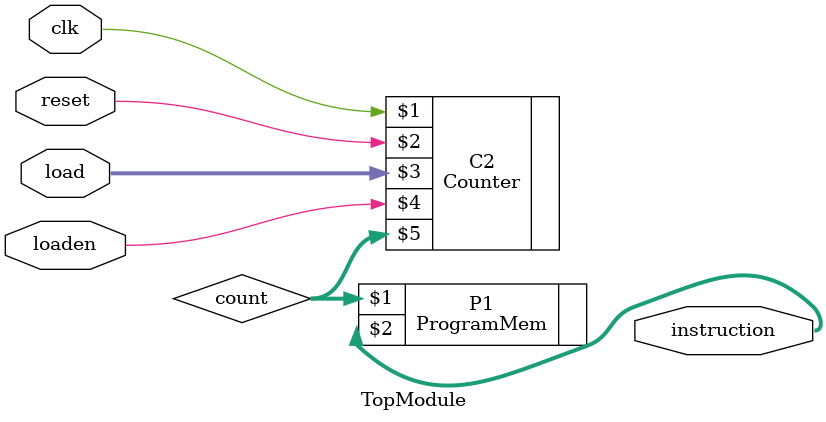
<source format=v>
`timescale 1ns / 1ps


module TopModule(
    input clk,
    input reset,
    input [7:0] load,
    input loaden,
    output [7:0] instruction
    );
    
    wire [7:0] count;
    
    Counter C2(clk, reset, load, loaden, count);
    ProgramMem P1(count, instruction);
    
    
endmodule

</source>
